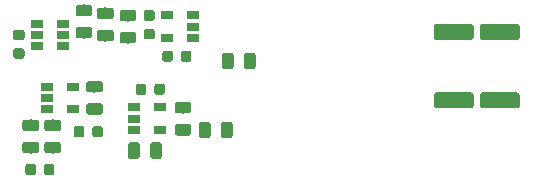
<source format=gtp>
G04 #@! TF.GenerationSoftware,KiCad,Pcbnew,(5.1.2)-2*
G04 #@! TF.CreationDate,2021-03-22T02:30:38-04:00*
G04 #@! TF.ProjectId,Repowered_Electronic_Load_Module,5265706f-7765-4726-9564-5f456c656374,rev?*
G04 #@! TF.SameCoordinates,Original*
G04 #@! TF.FileFunction,Paste,Top*
G04 #@! TF.FilePolarity,Positive*
%FSLAX46Y46*%
G04 Gerber Fmt 4.6, Leading zero omitted, Abs format (unit mm)*
G04 Created by KiCad (PCBNEW (5.1.2)-2) date 2021-03-22 02:30:38*
%MOMM*%
%LPD*%
G04 APERTURE LIST*
%ADD10R,1.060000X0.650000*%
%ADD11C,0.100000*%
%ADD12C,0.975000*%
%ADD13C,0.875000*%
%ADD14C,1.350000*%
G04 APERTURE END LIST*
D10*
X98075000Y-58750000D03*
X98075000Y-60650000D03*
X95875000Y-60650000D03*
X95875000Y-59700000D03*
X95875000Y-58750000D03*
D11*
G36*
X100355142Y-60126174D02*
G01*
X100378803Y-60129684D01*
X100402007Y-60135496D01*
X100424529Y-60143554D01*
X100446153Y-60153782D01*
X100466670Y-60166079D01*
X100485883Y-60180329D01*
X100503607Y-60196393D01*
X100519671Y-60214117D01*
X100533921Y-60233330D01*
X100546218Y-60253847D01*
X100556446Y-60275471D01*
X100564504Y-60297993D01*
X100570316Y-60321197D01*
X100573826Y-60344858D01*
X100575000Y-60368750D01*
X100575000Y-60856250D01*
X100573826Y-60880142D01*
X100570316Y-60903803D01*
X100564504Y-60927007D01*
X100556446Y-60949529D01*
X100546218Y-60971153D01*
X100533921Y-60991670D01*
X100519671Y-61010883D01*
X100503607Y-61028607D01*
X100485883Y-61044671D01*
X100466670Y-61058921D01*
X100446153Y-61071218D01*
X100424529Y-61081446D01*
X100402007Y-61089504D01*
X100378803Y-61095316D01*
X100355142Y-61098826D01*
X100331250Y-61100000D01*
X99418750Y-61100000D01*
X99394858Y-61098826D01*
X99371197Y-61095316D01*
X99347993Y-61089504D01*
X99325471Y-61081446D01*
X99303847Y-61071218D01*
X99283330Y-61058921D01*
X99264117Y-61044671D01*
X99246393Y-61028607D01*
X99230329Y-61010883D01*
X99216079Y-60991670D01*
X99203782Y-60971153D01*
X99193554Y-60949529D01*
X99185496Y-60927007D01*
X99179684Y-60903803D01*
X99176174Y-60880142D01*
X99175000Y-60856250D01*
X99175000Y-60368750D01*
X99176174Y-60344858D01*
X99179684Y-60321197D01*
X99185496Y-60297993D01*
X99193554Y-60275471D01*
X99203782Y-60253847D01*
X99216079Y-60233330D01*
X99230329Y-60214117D01*
X99246393Y-60196393D01*
X99264117Y-60180329D01*
X99283330Y-60166079D01*
X99303847Y-60153782D01*
X99325471Y-60143554D01*
X99347993Y-60135496D01*
X99371197Y-60129684D01*
X99394858Y-60126174D01*
X99418750Y-60125000D01*
X100331250Y-60125000D01*
X100355142Y-60126174D01*
X100355142Y-60126174D01*
G37*
D12*
X99875000Y-60612500D03*
D11*
G36*
X100355142Y-58251174D02*
G01*
X100378803Y-58254684D01*
X100402007Y-58260496D01*
X100424529Y-58268554D01*
X100446153Y-58278782D01*
X100466670Y-58291079D01*
X100485883Y-58305329D01*
X100503607Y-58321393D01*
X100519671Y-58339117D01*
X100533921Y-58358330D01*
X100546218Y-58378847D01*
X100556446Y-58400471D01*
X100564504Y-58422993D01*
X100570316Y-58446197D01*
X100573826Y-58469858D01*
X100575000Y-58493750D01*
X100575000Y-58981250D01*
X100573826Y-59005142D01*
X100570316Y-59028803D01*
X100564504Y-59052007D01*
X100556446Y-59074529D01*
X100546218Y-59096153D01*
X100533921Y-59116670D01*
X100519671Y-59135883D01*
X100503607Y-59153607D01*
X100485883Y-59169671D01*
X100466670Y-59183921D01*
X100446153Y-59196218D01*
X100424529Y-59206446D01*
X100402007Y-59214504D01*
X100378803Y-59220316D01*
X100355142Y-59223826D01*
X100331250Y-59225000D01*
X99418750Y-59225000D01*
X99394858Y-59223826D01*
X99371197Y-59220316D01*
X99347993Y-59214504D01*
X99325471Y-59206446D01*
X99303847Y-59196218D01*
X99283330Y-59183921D01*
X99264117Y-59169671D01*
X99246393Y-59153607D01*
X99230329Y-59135883D01*
X99216079Y-59116670D01*
X99203782Y-59096153D01*
X99193554Y-59074529D01*
X99185496Y-59052007D01*
X99179684Y-59028803D01*
X99176174Y-59005142D01*
X99175000Y-58981250D01*
X99175000Y-58493750D01*
X99176174Y-58469858D01*
X99179684Y-58446197D01*
X99185496Y-58422993D01*
X99193554Y-58400471D01*
X99203782Y-58378847D01*
X99216079Y-58358330D01*
X99230329Y-58339117D01*
X99246393Y-58321393D01*
X99264117Y-58305329D01*
X99283330Y-58291079D01*
X99303847Y-58278782D01*
X99325471Y-58268554D01*
X99347993Y-58260496D01*
X99371197Y-58254684D01*
X99394858Y-58251174D01*
X99418750Y-58250000D01*
X100331250Y-58250000D01*
X100355142Y-58251174D01*
X100355142Y-58251174D01*
G37*
D12*
X99875000Y-58737500D03*
D11*
G36*
X98802691Y-62076053D02*
G01*
X98823926Y-62079203D01*
X98844750Y-62084419D01*
X98864962Y-62091651D01*
X98884368Y-62100830D01*
X98902781Y-62111866D01*
X98920024Y-62124654D01*
X98935930Y-62139070D01*
X98950346Y-62154976D01*
X98963134Y-62172219D01*
X98974170Y-62190632D01*
X98983349Y-62210038D01*
X98990581Y-62230250D01*
X98995797Y-62251074D01*
X98998947Y-62272309D01*
X99000000Y-62293750D01*
X99000000Y-62806250D01*
X98998947Y-62827691D01*
X98995797Y-62848926D01*
X98990581Y-62869750D01*
X98983349Y-62889962D01*
X98974170Y-62909368D01*
X98963134Y-62927781D01*
X98950346Y-62945024D01*
X98935930Y-62960930D01*
X98920024Y-62975346D01*
X98902781Y-62988134D01*
X98884368Y-62999170D01*
X98864962Y-63008349D01*
X98844750Y-63015581D01*
X98823926Y-63020797D01*
X98802691Y-63023947D01*
X98781250Y-63025000D01*
X98343750Y-63025000D01*
X98322309Y-63023947D01*
X98301074Y-63020797D01*
X98280250Y-63015581D01*
X98260038Y-63008349D01*
X98240632Y-62999170D01*
X98222219Y-62988134D01*
X98204976Y-62975346D01*
X98189070Y-62960930D01*
X98174654Y-62945024D01*
X98161866Y-62927781D01*
X98150830Y-62909368D01*
X98141651Y-62889962D01*
X98134419Y-62869750D01*
X98129203Y-62848926D01*
X98126053Y-62827691D01*
X98125000Y-62806250D01*
X98125000Y-62293750D01*
X98126053Y-62272309D01*
X98129203Y-62251074D01*
X98134419Y-62230250D01*
X98141651Y-62210038D01*
X98150830Y-62190632D01*
X98161866Y-62172219D01*
X98174654Y-62154976D01*
X98189070Y-62139070D01*
X98204976Y-62124654D01*
X98222219Y-62111866D01*
X98240632Y-62100830D01*
X98260038Y-62091651D01*
X98280250Y-62084419D01*
X98301074Y-62079203D01*
X98322309Y-62076053D01*
X98343750Y-62075000D01*
X98781250Y-62075000D01*
X98802691Y-62076053D01*
X98802691Y-62076053D01*
G37*
D13*
X98562500Y-62550000D03*
D11*
G36*
X100377691Y-62076053D02*
G01*
X100398926Y-62079203D01*
X100419750Y-62084419D01*
X100439962Y-62091651D01*
X100459368Y-62100830D01*
X100477781Y-62111866D01*
X100495024Y-62124654D01*
X100510930Y-62139070D01*
X100525346Y-62154976D01*
X100538134Y-62172219D01*
X100549170Y-62190632D01*
X100558349Y-62210038D01*
X100565581Y-62230250D01*
X100570797Y-62251074D01*
X100573947Y-62272309D01*
X100575000Y-62293750D01*
X100575000Y-62806250D01*
X100573947Y-62827691D01*
X100570797Y-62848926D01*
X100565581Y-62869750D01*
X100558349Y-62889962D01*
X100549170Y-62909368D01*
X100538134Y-62927781D01*
X100525346Y-62945024D01*
X100510930Y-62960930D01*
X100495024Y-62975346D01*
X100477781Y-62988134D01*
X100459368Y-62999170D01*
X100439962Y-63008349D01*
X100419750Y-63015581D01*
X100398926Y-63020797D01*
X100377691Y-63023947D01*
X100356250Y-63025000D01*
X99918750Y-63025000D01*
X99897309Y-63023947D01*
X99876074Y-63020797D01*
X99855250Y-63015581D01*
X99835038Y-63008349D01*
X99815632Y-62999170D01*
X99797219Y-62988134D01*
X99779976Y-62975346D01*
X99764070Y-62960930D01*
X99749654Y-62945024D01*
X99736866Y-62927781D01*
X99725830Y-62909368D01*
X99716651Y-62889962D01*
X99709419Y-62869750D01*
X99704203Y-62848926D01*
X99701053Y-62827691D01*
X99700000Y-62806250D01*
X99700000Y-62293750D01*
X99701053Y-62272309D01*
X99704203Y-62251074D01*
X99709419Y-62230250D01*
X99716651Y-62210038D01*
X99725830Y-62190632D01*
X99736866Y-62172219D01*
X99749654Y-62154976D01*
X99764070Y-62139070D01*
X99779976Y-62124654D01*
X99797219Y-62111866D01*
X99815632Y-62100830D01*
X99835038Y-62091651D01*
X99855250Y-62084419D01*
X99876074Y-62079203D01*
X99897309Y-62076053D01*
X99918750Y-62075000D01*
X100356250Y-62075000D01*
X100377691Y-62076053D01*
X100377691Y-62076053D01*
G37*
D13*
X100137500Y-62550000D03*
D11*
G36*
X135649505Y-59226204D02*
G01*
X135673773Y-59229804D01*
X135697572Y-59235765D01*
X135720671Y-59244030D01*
X135742850Y-59254520D01*
X135763893Y-59267132D01*
X135783599Y-59281747D01*
X135801777Y-59298223D01*
X135818253Y-59316401D01*
X135832868Y-59336107D01*
X135845480Y-59357150D01*
X135855970Y-59379329D01*
X135864235Y-59402428D01*
X135870196Y-59426227D01*
X135873796Y-59450495D01*
X135875000Y-59474999D01*
X135875000Y-60325001D01*
X135873796Y-60349505D01*
X135870196Y-60373773D01*
X135864235Y-60397572D01*
X135855970Y-60420671D01*
X135845480Y-60442850D01*
X135832868Y-60463893D01*
X135818253Y-60483599D01*
X135801777Y-60501777D01*
X135783599Y-60518253D01*
X135763893Y-60532868D01*
X135742850Y-60545480D01*
X135720671Y-60555970D01*
X135697572Y-60564235D01*
X135673773Y-60570196D01*
X135649505Y-60573796D01*
X135625001Y-60575000D01*
X132774999Y-60575000D01*
X132750495Y-60573796D01*
X132726227Y-60570196D01*
X132702428Y-60564235D01*
X132679329Y-60555970D01*
X132657150Y-60545480D01*
X132636107Y-60532868D01*
X132616401Y-60518253D01*
X132598223Y-60501777D01*
X132581747Y-60483599D01*
X132567132Y-60463893D01*
X132554520Y-60442850D01*
X132544030Y-60420671D01*
X132535765Y-60397572D01*
X132529804Y-60373773D01*
X132526204Y-60349505D01*
X132525000Y-60325001D01*
X132525000Y-59474999D01*
X132526204Y-59450495D01*
X132529804Y-59426227D01*
X132535765Y-59402428D01*
X132544030Y-59379329D01*
X132554520Y-59357150D01*
X132567132Y-59336107D01*
X132581747Y-59316401D01*
X132598223Y-59298223D01*
X132616401Y-59281747D01*
X132636107Y-59267132D01*
X132657150Y-59254520D01*
X132679329Y-59244030D01*
X132702428Y-59235765D01*
X132726227Y-59229804D01*
X132750495Y-59226204D01*
X132774999Y-59225000D01*
X135625001Y-59225000D01*
X135649505Y-59226204D01*
X135649505Y-59226204D01*
G37*
D14*
X134200000Y-59900000D03*
D11*
G36*
X135649505Y-53426204D02*
G01*
X135673773Y-53429804D01*
X135697572Y-53435765D01*
X135720671Y-53444030D01*
X135742850Y-53454520D01*
X135763893Y-53467132D01*
X135783599Y-53481747D01*
X135801777Y-53498223D01*
X135818253Y-53516401D01*
X135832868Y-53536107D01*
X135845480Y-53557150D01*
X135855970Y-53579329D01*
X135864235Y-53602428D01*
X135870196Y-53626227D01*
X135873796Y-53650495D01*
X135875000Y-53674999D01*
X135875000Y-54525001D01*
X135873796Y-54549505D01*
X135870196Y-54573773D01*
X135864235Y-54597572D01*
X135855970Y-54620671D01*
X135845480Y-54642850D01*
X135832868Y-54663893D01*
X135818253Y-54683599D01*
X135801777Y-54701777D01*
X135783599Y-54718253D01*
X135763893Y-54732868D01*
X135742850Y-54745480D01*
X135720671Y-54755970D01*
X135697572Y-54764235D01*
X135673773Y-54770196D01*
X135649505Y-54773796D01*
X135625001Y-54775000D01*
X132774999Y-54775000D01*
X132750495Y-54773796D01*
X132726227Y-54770196D01*
X132702428Y-54764235D01*
X132679329Y-54755970D01*
X132657150Y-54745480D01*
X132636107Y-54732868D01*
X132616401Y-54718253D01*
X132598223Y-54701777D01*
X132581747Y-54683599D01*
X132567132Y-54663893D01*
X132554520Y-54642850D01*
X132544030Y-54620671D01*
X132535765Y-54597572D01*
X132529804Y-54573773D01*
X132526204Y-54549505D01*
X132525000Y-54525001D01*
X132525000Y-53674999D01*
X132526204Y-53650495D01*
X132529804Y-53626227D01*
X132535765Y-53602428D01*
X132544030Y-53579329D01*
X132554520Y-53557150D01*
X132567132Y-53536107D01*
X132581747Y-53516401D01*
X132598223Y-53498223D01*
X132616401Y-53481747D01*
X132636107Y-53467132D01*
X132657150Y-53454520D01*
X132679329Y-53444030D01*
X132702428Y-53435765D01*
X132726227Y-53429804D01*
X132750495Y-53426204D01*
X132774999Y-53425000D01*
X135625001Y-53425000D01*
X135649505Y-53426204D01*
X135649505Y-53426204D01*
G37*
D14*
X134200000Y-54100000D03*
D10*
X105400000Y-60500000D03*
X105400000Y-62400000D03*
X103200000Y-62400000D03*
X103200000Y-61450000D03*
X103200000Y-60500000D03*
X106050000Y-54600000D03*
X106050000Y-52700000D03*
X108250000Y-52700000D03*
X108250000Y-53650000D03*
X108250000Y-54600000D03*
X97225000Y-54350000D03*
X97225000Y-53400000D03*
X97225000Y-55300000D03*
X95025000Y-55300000D03*
X95025000Y-54350000D03*
X95025000Y-53400000D03*
D11*
G36*
X109480142Y-61701174D02*
G01*
X109503803Y-61704684D01*
X109527007Y-61710496D01*
X109549529Y-61718554D01*
X109571153Y-61728782D01*
X109591670Y-61741079D01*
X109610883Y-61755329D01*
X109628607Y-61771393D01*
X109644671Y-61789117D01*
X109658921Y-61808330D01*
X109671218Y-61828847D01*
X109681446Y-61850471D01*
X109689504Y-61872993D01*
X109695316Y-61896197D01*
X109698826Y-61919858D01*
X109700000Y-61943750D01*
X109700000Y-62856250D01*
X109698826Y-62880142D01*
X109695316Y-62903803D01*
X109689504Y-62927007D01*
X109681446Y-62949529D01*
X109671218Y-62971153D01*
X109658921Y-62991670D01*
X109644671Y-63010883D01*
X109628607Y-63028607D01*
X109610883Y-63044671D01*
X109591670Y-63058921D01*
X109571153Y-63071218D01*
X109549529Y-63081446D01*
X109527007Y-63089504D01*
X109503803Y-63095316D01*
X109480142Y-63098826D01*
X109456250Y-63100000D01*
X108968750Y-63100000D01*
X108944858Y-63098826D01*
X108921197Y-63095316D01*
X108897993Y-63089504D01*
X108875471Y-63081446D01*
X108853847Y-63071218D01*
X108833330Y-63058921D01*
X108814117Y-63044671D01*
X108796393Y-63028607D01*
X108780329Y-63010883D01*
X108766079Y-62991670D01*
X108753782Y-62971153D01*
X108743554Y-62949529D01*
X108735496Y-62927007D01*
X108729684Y-62903803D01*
X108726174Y-62880142D01*
X108725000Y-62856250D01*
X108725000Y-61943750D01*
X108726174Y-61919858D01*
X108729684Y-61896197D01*
X108735496Y-61872993D01*
X108743554Y-61850471D01*
X108753782Y-61828847D01*
X108766079Y-61808330D01*
X108780329Y-61789117D01*
X108796393Y-61771393D01*
X108814117Y-61755329D01*
X108833330Y-61741079D01*
X108853847Y-61728782D01*
X108875471Y-61718554D01*
X108897993Y-61710496D01*
X108921197Y-61704684D01*
X108944858Y-61701174D01*
X108968750Y-61700000D01*
X109456250Y-61700000D01*
X109480142Y-61701174D01*
X109480142Y-61701174D01*
G37*
D12*
X109212500Y-62400000D03*
D11*
G36*
X111355142Y-61701174D02*
G01*
X111378803Y-61704684D01*
X111402007Y-61710496D01*
X111424529Y-61718554D01*
X111446153Y-61728782D01*
X111466670Y-61741079D01*
X111485883Y-61755329D01*
X111503607Y-61771393D01*
X111519671Y-61789117D01*
X111533921Y-61808330D01*
X111546218Y-61828847D01*
X111556446Y-61850471D01*
X111564504Y-61872993D01*
X111570316Y-61896197D01*
X111573826Y-61919858D01*
X111575000Y-61943750D01*
X111575000Y-62856250D01*
X111573826Y-62880142D01*
X111570316Y-62903803D01*
X111564504Y-62927007D01*
X111556446Y-62949529D01*
X111546218Y-62971153D01*
X111533921Y-62991670D01*
X111519671Y-63010883D01*
X111503607Y-63028607D01*
X111485883Y-63044671D01*
X111466670Y-63058921D01*
X111446153Y-63071218D01*
X111424529Y-63081446D01*
X111402007Y-63089504D01*
X111378803Y-63095316D01*
X111355142Y-63098826D01*
X111331250Y-63100000D01*
X110843750Y-63100000D01*
X110819858Y-63098826D01*
X110796197Y-63095316D01*
X110772993Y-63089504D01*
X110750471Y-63081446D01*
X110728847Y-63071218D01*
X110708330Y-63058921D01*
X110689117Y-63044671D01*
X110671393Y-63028607D01*
X110655329Y-63010883D01*
X110641079Y-62991670D01*
X110628782Y-62971153D01*
X110618554Y-62949529D01*
X110610496Y-62927007D01*
X110604684Y-62903803D01*
X110601174Y-62880142D01*
X110600000Y-62856250D01*
X110600000Y-61943750D01*
X110601174Y-61919858D01*
X110604684Y-61896197D01*
X110610496Y-61872993D01*
X110618554Y-61850471D01*
X110628782Y-61828847D01*
X110641079Y-61808330D01*
X110655329Y-61789117D01*
X110671393Y-61771393D01*
X110689117Y-61755329D01*
X110708330Y-61741079D01*
X110728847Y-61728782D01*
X110750471Y-61718554D01*
X110772993Y-61710496D01*
X110796197Y-61704684D01*
X110819858Y-61701174D01*
X110843750Y-61700000D01*
X111331250Y-61700000D01*
X111355142Y-61701174D01*
X111355142Y-61701174D01*
G37*
D12*
X111087500Y-62400000D03*
D11*
G36*
X107830142Y-60026174D02*
G01*
X107853803Y-60029684D01*
X107877007Y-60035496D01*
X107899529Y-60043554D01*
X107921153Y-60053782D01*
X107941670Y-60066079D01*
X107960883Y-60080329D01*
X107978607Y-60096393D01*
X107994671Y-60114117D01*
X108008921Y-60133330D01*
X108021218Y-60153847D01*
X108031446Y-60175471D01*
X108039504Y-60197993D01*
X108045316Y-60221197D01*
X108048826Y-60244858D01*
X108050000Y-60268750D01*
X108050000Y-60756250D01*
X108048826Y-60780142D01*
X108045316Y-60803803D01*
X108039504Y-60827007D01*
X108031446Y-60849529D01*
X108021218Y-60871153D01*
X108008921Y-60891670D01*
X107994671Y-60910883D01*
X107978607Y-60928607D01*
X107960883Y-60944671D01*
X107941670Y-60958921D01*
X107921153Y-60971218D01*
X107899529Y-60981446D01*
X107877007Y-60989504D01*
X107853803Y-60995316D01*
X107830142Y-60998826D01*
X107806250Y-61000000D01*
X106893750Y-61000000D01*
X106869858Y-60998826D01*
X106846197Y-60995316D01*
X106822993Y-60989504D01*
X106800471Y-60981446D01*
X106778847Y-60971218D01*
X106758330Y-60958921D01*
X106739117Y-60944671D01*
X106721393Y-60928607D01*
X106705329Y-60910883D01*
X106691079Y-60891670D01*
X106678782Y-60871153D01*
X106668554Y-60849529D01*
X106660496Y-60827007D01*
X106654684Y-60803803D01*
X106651174Y-60780142D01*
X106650000Y-60756250D01*
X106650000Y-60268750D01*
X106651174Y-60244858D01*
X106654684Y-60221197D01*
X106660496Y-60197993D01*
X106668554Y-60175471D01*
X106678782Y-60153847D01*
X106691079Y-60133330D01*
X106705329Y-60114117D01*
X106721393Y-60096393D01*
X106739117Y-60080329D01*
X106758330Y-60066079D01*
X106778847Y-60053782D01*
X106800471Y-60043554D01*
X106822993Y-60035496D01*
X106846197Y-60029684D01*
X106869858Y-60026174D01*
X106893750Y-60025000D01*
X107806250Y-60025000D01*
X107830142Y-60026174D01*
X107830142Y-60026174D01*
G37*
D12*
X107350000Y-60512500D03*
D11*
G36*
X107830142Y-61901174D02*
G01*
X107853803Y-61904684D01*
X107877007Y-61910496D01*
X107899529Y-61918554D01*
X107921153Y-61928782D01*
X107941670Y-61941079D01*
X107960883Y-61955329D01*
X107978607Y-61971393D01*
X107994671Y-61989117D01*
X108008921Y-62008330D01*
X108021218Y-62028847D01*
X108031446Y-62050471D01*
X108039504Y-62072993D01*
X108045316Y-62096197D01*
X108048826Y-62119858D01*
X108050000Y-62143750D01*
X108050000Y-62631250D01*
X108048826Y-62655142D01*
X108045316Y-62678803D01*
X108039504Y-62702007D01*
X108031446Y-62724529D01*
X108021218Y-62746153D01*
X108008921Y-62766670D01*
X107994671Y-62785883D01*
X107978607Y-62803607D01*
X107960883Y-62819671D01*
X107941670Y-62833921D01*
X107921153Y-62846218D01*
X107899529Y-62856446D01*
X107877007Y-62864504D01*
X107853803Y-62870316D01*
X107830142Y-62873826D01*
X107806250Y-62875000D01*
X106893750Y-62875000D01*
X106869858Y-62873826D01*
X106846197Y-62870316D01*
X106822993Y-62864504D01*
X106800471Y-62856446D01*
X106778847Y-62846218D01*
X106758330Y-62833921D01*
X106739117Y-62819671D01*
X106721393Y-62803607D01*
X106705329Y-62785883D01*
X106691079Y-62766670D01*
X106678782Y-62746153D01*
X106668554Y-62724529D01*
X106660496Y-62702007D01*
X106654684Y-62678803D01*
X106651174Y-62655142D01*
X106650000Y-62631250D01*
X106650000Y-62143750D01*
X106651174Y-62119858D01*
X106654684Y-62096197D01*
X106660496Y-62072993D01*
X106668554Y-62050471D01*
X106678782Y-62028847D01*
X106691079Y-62008330D01*
X106705329Y-61989117D01*
X106721393Y-61971393D01*
X106739117Y-61955329D01*
X106758330Y-61941079D01*
X106778847Y-61928782D01*
X106800471Y-61918554D01*
X106822993Y-61910496D01*
X106846197Y-61904684D01*
X106869858Y-61901174D01*
X106893750Y-61900000D01*
X107806250Y-61900000D01*
X107830142Y-61901174D01*
X107830142Y-61901174D01*
G37*
D12*
X107350000Y-62387500D03*
D11*
G36*
X131749505Y-59226204D02*
G01*
X131773773Y-59229804D01*
X131797572Y-59235765D01*
X131820671Y-59244030D01*
X131842850Y-59254520D01*
X131863893Y-59267132D01*
X131883599Y-59281747D01*
X131901777Y-59298223D01*
X131918253Y-59316401D01*
X131932868Y-59336107D01*
X131945480Y-59357150D01*
X131955970Y-59379329D01*
X131964235Y-59402428D01*
X131970196Y-59426227D01*
X131973796Y-59450495D01*
X131975000Y-59474999D01*
X131975000Y-60325001D01*
X131973796Y-60349505D01*
X131970196Y-60373773D01*
X131964235Y-60397572D01*
X131955970Y-60420671D01*
X131945480Y-60442850D01*
X131932868Y-60463893D01*
X131918253Y-60483599D01*
X131901777Y-60501777D01*
X131883599Y-60518253D01*
X131863893Y-60532868D01*
X131842850Y-60545480D01*
X131820671Y-60555970D01*
X131797572Y-60564235D01*
X131773773Y-60570196D01*
X131749505Y-60573796D01*
X131725001Y-60575000D01*
X128874999Y-60575000D01*
X128850495Y-60573796D01*
X128826227Y-60570196D01*
X128802428Y-60564235D01*
X128779329Y-60555970D01*
X128757150Y-60545480D01*
X128736107Y-60532868D01*
X128716401Y-60518253D01*
X128698223Y-60501777D01*
X128681747Y-60483599D01*
X128667132Y-60463893D01*
X128654520Y-60442850D01*
X128644030Y-60420671D01*
X128635765Y-60397572D01*
X128629804Y-60373773D01*
X128626204Y-60349505D01*
X128625000Y-60325001D01*
X128625000Y-59474999D01*
X128626204Y-59450495D01*
X128629804Y-59426227D01*
X128635765Y-59402428D01*
X128644030Y-59379329D01*
X128654520Y-59357150D01*
X128667132Y-59336107D01*
X128681747Y-59316401D01*
X128698223Y-59298223D01*
X128716401Y-59281747D01*
X128736107Y-59267132D01*
X128757150Y-59254520D01*
X128779329Y-59244030D01*
X128802428Y-59235765D01*
X128826227Y-59229804D01*
X128850495Y-59226204D01*
X128874999Y-59225000D01*
X131725001Y-59225000D01*
X131749505Y-59226204D01*
X131749505Y-59226204D01*
G37*
D14*
X130300000Y-59900000D03*
D11*
G36*
X131749505Y-53426204D02*
G01*
X131773773Y-53429804D01*
X131797572Y-53435765D01*
X131820671Y-53444030D01*
X131842850Y-53454520D01*
X131863893Y-53467132D01*
X131883599Y-53481747D01*
X131901777Y-53498223D01*
X131918253Y-53516401D01*
X131932868Y-53536107D01*
X131945480Y-53557150D01*
X131955970Y-53579329D01*
X131964235Y-53602428D01*
X131970196Y-53626227D01*
X131973796Y-53650495D01*
X131975000Y-53674999D01*
X131975000Y-54525001D01*
X131973796Y-54549505D01*
X131970196Y-54573773D01*
X131964235Y-54597572D01*
X131955970Y-54620671D01*
X131945480Y-54642850D01*
X131932868Y-54663893D01*
X131918253Y-54683599D01*
X131901777Y-54701777D01*
X131883599Y-54718253D01*
X131863893Y-54732868D01*
X131842850Y-54745480D01*
X131820671Y-54755970D01*
X131797572Y-54764235D01*
X131773773Y-54770196D01*
X131749505Y-54773796D01*
X131725001Y-54775000D01*
X128874999Y-54775000D01*
X128850495Y-54773796D01*
X128826227Y-54770196D01*
X128802428Y-54764235D01*
X128779329Y-54755970D01*
X128757150Y-54745480D01*
X128736107Y-54732868D01*
X128716401Y-54718253D01*
X128698223Y-54701777D01*
X128681747Y-54683599D01*
X128667132Y-54663893D01*
X128654520Y-54642850D01*
X128644030Y-54620671D01*
X128635765Y-54597572D01*
X128629804Y-54573773D01*
X128626204Y-54549505D01*
X128625000Y-54525001D01*
X128625000Y-53674999D01*
X128626204Y-53650495D01*
X128629804Y-53626227D01*
X128635765Y-53602428D01*
X128644030Y-53579329D01*
X128654520Y-53557150D01*
X128667132Y-53536107D01*
X128681747Y-53516401D01*
X128698223Y-53498223D01*
X128716401Y-53481747D01*
X128736107Y-53467132D01*
X128757150Y-53454520D01*
X128779329Y-53444030D01*
X128802428Y-53435765D01*
X128826227Y-53429804D01*
X128850495Y-53426204D01*
X128874999Y-53425000D01*
X131725001Y-53425000D01*
X131749505Y-53426204D01*
X131749505Y-53426204D01*
G37*
D14*
X130300000Y-54100000D03*
D11*
G36*
X103480142Y-63451174D02*
G01*
X103503803Y-63454684D01*
X103527007Y-63460496D01*
X103549529Y-63468554D01*
X103571153Y-63478782D01*
X103591670Y-63491079D01*
X103610883Y-63505329D01*
X103628607Y-63521393D01*
X103644671Y-63539117D01*
X103658921Y-63558330D01*
X103671218Y-63578847D01*
X103681446Y-63600471D01*
X103689504Y-63622993D01*
X103695316Y-63646197D01*
X103698826Y-63669858D01*
X103700000Y-63693750D01*
X103700000Y-64606250D01*
X103698826Y-64630142D01*
X103695316Y-64653803D01*
X103689504Y-64677007D01*
X103681446Y-64699529D01*
X103671218Y-64721153D01*
X103658921Y-64741670D01*
X103644671Y-64760883D01*
X103628607Y-64778607D01*
X103610883Y-64794671D01*
X103591670Y-64808921D01*
X103571153Y-64821218D01*
X103549529Y-64831446D01*
X103527007Y-64839504D01*
X103503803Y-64845316D01*
X103480142Y-64848826D01*
X103456250Y-64850000D01*
X102968750Y-64850000D01*
X102944858Y-64848826D01*
X102921197Y-64845316D01*
X102897993Y-64839504D01*
X102875471Y-64831446D01*
X102853847Y-64821218D01*
X102833330Y-64808921D01*
X102814117Y-64794671D01*
X102796393Y-64778607D01*
X102780329Y-64760883D01*
X102766079Y-64741670D01*
X102753782Y-64721153D01*
X102743554Y-64699529D01*
X102735496Y-64677007D01*
X102729684Y-64653803D01*
X102726174Y-64630142D01*
X102725000Y-64606250D01*
X102725000Y-63693750D01*
X102726174Y-63669858D01*
X102729684Y-63646197D01*
X102735496Y-63622993D01*
X102743554Y-63600471D01*
X102753782Y-63578847D01*
X102766079Y-63558330D01*
X102780329Y-63539117D01*
X102796393Y-63521393D01*
X102814117Y-63505329D01*
X102833330Y-63491079D01*
X102853847Y-63478782D01*
X102875471Y-63468554D01*
X102897993Y-63460496D01*
X102921197Y-63454684D01*
X102944858Y-63451174D01*
X102968750Y-63450000D01*
X103456250Y-63450000D01*
X103480142Y-63451174D01*
X103480142Y-63451174D01*
G37*
D12*
X103212500Y-64150000D03*
D11*
G36*
X105355142Y-63451174D02*
G01*
X105378803Y-63454684D01*
X105402007Y-63460496D01*
X105424529Y-63468554D01*
X105446153Y-63478782D01*
X105466670Y-63491079D01*
X105485883Y-63505329D01*
X105503607Y-63521393D01*
X105519671Y-63539117D01*
X105533921Y-63558330D01*
X105546218Y-63578847D01*
X105556446Y-63600471D01*
X105564504Y-63622993D01*
X105570316Y-63646197D01*
X105573826Y-63669858D01*
X105575000Y-63693750D01*
X105575000Y-64606250D01*
X105573826Y-64630142D01*
X105570316Y-64653803D01*
X105564504Y-64677007D01*
X105556446Y-64699529D01*
X105546218Y-64721153D01*
X105533921Y-64741670D01*
X105519671Y-64760883D01*
X105503607Y-64778607D01*
X105485883Y-64794671D01*
X105466670Y-64808921D01*
X105446153Y-64821218D01*
X105424529Y-64831446D01*
X105402007Y-64839504D01*
X105378803Y-64845316D01*
X105355142Y-64848826D01*
X105331250Y-64850000D01*
X104843750Y-64850000D01*
X104819858Y-64848826D01*
X104796197Y-64845316D01*
X104772993Y-64839504D01*
X104750471Y-64831446D01*
X104728847Y-64821218D01*
X104708330Y-64808921D01*
X104689117Y-64794671D01*
X104671393Y-64778607D01*
X104655329Y-64760883D01*
X104641079Y-64741670D01*
X104628782Y-64721153D01*
X104618554Y-64699529D01*
X104610496Y-64677007D01*
X104604684Y-64653803D01*
X104601174Y-64630142D01*
X104600000Y-64606250D01*
X104600000Y-63693750D01*
X104601174Y-63669858D01*
X104604684Y-63646197D01*
X104610496Y-63622993D01*
X104618554Y-63600471D01*
X104628782Y-63578847D01*
X104641079Y-63558330D01*
X104655329Y-63539117D01*
X104671393Y-63521393D01*
X104689117Y-63505329D01*
X104708330Y-63491079D01*
X104728847Y-63478782D01*
X104750471Y-63468554D01*
X104772993Y-63460496D01*
X104796197Y-63454684D01*
X104819858Y-63451174D01*
X104843750Y-63450000D01*
X105331250Y-63450000D01*
X105355142Y-63451174D01*
X105355142Y-63451174D01*
G37*
D12*
X105087500Y-64150000D03*
D11*
G36*
X103180142Y-54101174D02*
G01*
X103203803Y-54104684D01*
X103227007Y-54110496D01*
X103249529Y-54118554D01*
X103271153Y-54128782D01*
X103291670Y-54141079D01*
X103310883Y-54155329D01*
X103328607Y-54171393D01*
X103344671Y-54189117D01*
X103358921Y-54208330D01*
X103371218Y-54228847D01*
X103381446Y-54250471D01*
X103389504Y-54272993D01*
X103395316Y-54296197D01*
X103398826Y-54319858D01*
X103400000Y-54343750D01*
X103400000Y-54831250D01*
X103398826Y-54855142D01*
X103395316Y-54878803D01*
X103389504Y-54902007D01*
X103381446Y-54924529D01*
X103371218Y-54946153D01*
X103358921Y-54966670D01*
X103344671Y-54985883D01*
X103328607Y-55003607D01*
X103310883Y-55019671D01*
X103291670Y-55033921D01*
X103271153Y-55046218D01*
X103249529Y-55056446D01*
X103227007Y-55064504D01*
X103203803Y-55070316D01*
X103180142Y-55073826D01*
X103156250Y-55075000D01*
X102243750Y-55075000D01*
X102219858Y-55073826D01*
X102196197Y-55070316D01*
X102172993Y-55064504D01*
X102150471Y-55056446D01*
X102128847Y-55046218D01*
X102108330Y-55033921D01*
X102089117Y-55019671D01*
X102071393Y-55003607D01*
X102055329Y-54985883D01*
X102041079Y-54966670D01*
X102028782Y-54946153D01*
X102018554Y-54924529D01*
X102010496Y-54902007D01*
X102004684Y-54878803D01*
X102001174Y-54855142D01*
X102000000Y-54831250D01*
X102000000Y-54343750D01*
X102001174Y-54319858D01*
X102004684Y-54296197D01*
X102010496Y-54272993D01*
X102018554Y-54250471D01*
X102028782Y-54228847D01*
X102041079Y-54208330D01*
X102055329Y-54189117D01*
X102071393Y-54171393D01*
X102089117Y-54155329D01*
X102108330Y-54141079D01*
X102128847Y-54128782D01*
X102150471Y-54118554D01*
X102172993Y-54110496D01*
X102196197Y-54104684D01*
X102219858Y-54101174D01*
X102243750Y-54100000D01*
X103156250Y-54100000D01*
X103180142Y-54101174D01*
X103180142Y-54101174D01*
G37*
D12*
X102700000Y-54587500D03*
D11*
G36*
X103180142Y-52226174D02*
G01*
X103203803Y-52229684D01*
X103227007Y-52235496D01*
X103249529Y-52243554D01*
X103271153Y-52253782D01*
X103291670Y-52266079D01*
X103310883Y-52280329D01*
X103328607Y-52296393D01*
X103344671Y-52314117D01*
X103358921Y-52333330D01*
X103371218Y-52353847D01*
X103381446Y-52375471D01*
X103389504Y-52397993D01*
X103395316Y-52421197D01*
X103398826Y-52444858D01*
X103400000Y-52468750D01*
X103400000Y-52956250D01*
X103398826Y-52980142D01*
X103395316Y-53003803D01*
X103389504Y-53027007D01*
X103381446Y-53049529D01*
X103371218Y-53071153D01*
X103358921Y-53091670D01*
X103344671Y-53110883D01*
X103328607Y-53128607D01*
X103310883Y-53144671D01*
X103291670Y-53158921D01*
X103271153Y-53171218D01*
X103249529Y-53181446D01*
X103227007Y-53189504D01*
X103203803Y-53195316D01*
X103180142Y-53198826D01*
X103156250Y-53200000D01*
X102243750Y-53200000D01*
X102219858Y-53198826D01*
X102196197Y-53195316D01*
X102172993Y-53189504D01*
X102150471Y-53181446D01*
X102128847Y-53171218D01*
X102108330Y-53158921D01*
X102089117Y-53144671D01*
X102071393Y-53128607D01*
X102055329Y-53110883D01*
X102041079Y-53091670D01*
X102028782Y-53071153D01*
X102018554Y-53049529D01*
X102010496Y-53027007D01*
X102004684Y-53003803D01*
X102001174Y-52980142D01*
X102000000Y-52956250D01*
X102000000Y-52468750D01*
X102001174Y-52444858D01*
X102004684Y-52421197D01*
X102010496Y-52397993D01*
X102018554Y-52375471D01*
X102028782Y-52353847D01*
X102041079Y-52333330D01*
X102055329Y-52314117D01*
X102071393Y-52296393D01*
X102089117Y-52280329D01*
X102108330Y-52266079D01*
X102128847Y-52253782D01*
X102150471Y-52243554D01*
X102172993Y-52235496D01*
X102196197Y-52229684D01*
X102219858Y-52226174D01*
X102243750Y-52225000D01*
X103156250Y-52225000D01*
X103180142Y-52226174D01*
X103180142Y-52226174D01*
G37*
D12*
X102700000Y-52712500D03*
D11*
G36*
X111430142Y-55851174D02*
G01*
X111453803Y-55854684D01*
X111477007Y-55860496D01*
X111499529Y-55868554D01*
X111521153Y-55878782D01*
X111541670Y-55891079D01*
X111560883Y-55905329D01*
X111578607Y-55921393D01*
X111594671Y-55939117D01*
X111608921Y-55958330D01*
X111621218Y-55978847D01*
X111631446Y-56000471D01*
X111639504Y-56022993D01*
X111645316Y-56046197D01*
X111648826Y-56069858D01*
X111650000Y-56093750D01*
X111650000Y-57006250D01*
X111648826Y-57030142D01*
X111645316Y-57053803D01*
X111639504Y-57077007D01*
X111631446Y-57099529D01*
X111621218Y-57121153D01*
X111608921Y-57141670D01*
X111594671Y-57160883D01*
X111578607Y-57178607D01*
X111560883Y-57194671D01*
X111541670Y-57208921D01*
X111521153Y-57221218D01*
X111499529Y-57231446D01*
X111477007Y-57239504D01*
X111453803Y-57245316D01*
X111430142Y-57248826D01*
X111406250Y-57250000D01*
X110918750Y-57250000D01*
X110894858Y-57248826D01*
X110871197Y-57245316D01*
X110847993Y-57239504D01*
X110825471Y-57231446D01*
X110803847Y-57221218D01*
X110783330Y-57208921D01*
X110764117Y-57194671D01*
X110746393Y-57178607D01*
X110730329Y-57160883D01*
X110716079Y-57141670D01*
X110703782Y-57121153D01*
X110693554Y-57099529D01*
X110685496Y-57077007D01*
X110679684Y-57053803D01*
X110676174Y-57030142D01*
X110675000Y-57006250D01*
X110675000Y-56093750D01*
X110676174Y-56069858D01*
X110679684Y-56046197D01*
X110685496Y-56022993D01*
X110693554Y-56000471D01*
X110703782Y-55978847D01*
X110716079Y-55958330D01*
X110730329Y-55939117D01*
X110746393Y-55921393D01*
X110764117Y-55905329D01*
X110783330Y-55891079D01*
X110803847Y-55878782D01*
X110825471Y-55868554D01*
X110847993Y-55860496D01*
X110871197Y-55854684D01*
X110894858Y-55851174D01*
X110918750Y-55850000D01*
X111406250Y-55850000D01*
X111430142Y-55851174D01*
X111430142Y-55851174D01*
G37*
D12*
X111162500Y-56550000D03*
D11*
G36*
X113305142Y-55851174D02*
G01*
X113328803Y-55854684D01*
X113352007Y-55860496D01*
X113374529Y-55868554D01*
X113396153Y-55878782D01*
X113416670Y-55891079D01*
X113435883Y-55905329D01*
X113453607Y-55921393D01*
X113469671Y-55939117D01*
X113483921Y-55958330D01*
X113496218Y-55978847D01*
X113506446Y-56000471D01*
X113514504Y-56022993D01*
X113520316Y-56046197D01*
X113523826Y-56069858D01*
X113525000Y-56093750D01*
X113525000Y-57006250D01*
X113523826Y-57030142D01*
X113520316Y-57053803D01*
X113514504Y-57077007D01*
X113506446Y-57099529D01*
X113496218Y-57121153D01*
X113483921Y-57141670D01*
X113469671Y-57160883D01*
X113453607Y-57178607D01*
X113435883Y-57194671D01*
X113416670Y-57208921D01*
X113396153Y-57221218D01*
X113374529Y-57231446D01*
X113352007Y-57239504D01*
X113328803Y-57245316D01*
X113305142Y-57248826D01*
X113281250Y-57250000D01*
X112793750Y-57250000D01*
X112769858Y-57248826D01*
X112746197Y-57245316D01*
X112722993Y-57239504D01*
X112700471Y-57231446D01*
X112678847Y-57221218D01*
X112658330Y-57208921D01*
X112639117Y-57194671D01*
X112621393Y-57178607D01*
X112605329Y-57160883D01*
X112591079Y-57141670D01*
X112578782Y-57121153D01*
X112568554Y-57099529D01*
X112560496Y-57077007D01*
X112554684Y-57053803D01*
X112551174Y-57030142D01*
X112550000Y-57006250D01*
X112550000Y-56093750D01*
X112551174Y-56069858D01*
X112554684Y-56046197D01*
X112560496Y-56022993D01*
X112568554Y-56000471D01*
X112578782Y-55978847D01*
X112591079Y-55958330D01*
X112605329Y-55939117D01*
X112621393Y-55921393D01*
X112639117Y-55905329D01*
X112658330Y-55891079D01*
X112678847Y-55878782D01*
X112700471Y-55868554D01*
X112722993Y-55860496D01*
X112746197Y-55854684D01*
X112769858Y-55851174D01*
X112793750Y-55850000D01*
X113281250Y-55850000D01*
X113305142Y-55851174D01*
X113305142Y-55851174D01*
G37*
D12*
X113037500Y-56550000D03*
D11*
G36*
X101280142Y-53926174D02*
G01*
X101303803Y-53929684D01*
X101327007Y-53935496D01*
X101349529Y-53943554D01*
X101371153Y-53953782D01*
X101391670Y-53966079D01*
X101410883Y-53980329D01*
X101428607Y-53996393D01*
X101444671Y-54014117D01*
X101458921Y-54033330D01*
X101471218Y-54053847D01*
X101481446Y-54075471D01*
X101489504Y-54097993D01*
X101495316Y-54121197D01*
X101498826Y-54144858D01*
X101500000Y-54168750D01*
X101500000Y-54656250D01*
X101498826Y-54680142D01*
X101495316Y-54703803D01*
X101489504Y-54727007D01*
X101481446Y-54749529D01*
X101471218Y-54771153D01*
X101458921Y-54791670D01*
X101444671Y-54810883D01*
X101428607Y-54828607D01*
X101410883Y-54844671D01*
X101391670Y-54858921D01*
X101371153Y-54871218D01*
X101349529Y-54881446D01*
X101327007Y-54889504D01*
X101303803Y-54895316D01*
X101280142Y-54898826D01*
X101256250Y-54900000D01*
X100343750Y-54900000D01*
X100319858Y-54898826D01*
X100296197Y-54895316D01*
X100272993Y-54889504D01*
X100250471Y-54881446D01*
X100228847Y-54871218D01*
X100208330Y-54858921D01*
X100189117Y-54844671D01*
X100171393Y-54828607D01*
X100155329Y-54810883D01*
X100141079Y-54791670D01*
X100128782Y-54771153D01*
X100118554Y-54749529D01*
X100110496Y-54727007D01*
X100104684Y-54703803D01*
X100101174Y-54680142D01*
X100100000Y-54656250D01*
X100100000Y-54168750D01*
X100101174Y-54144858D01*
X100104684Y-54121197D01*
X100110496Y-54097993D01*
X100118554Y-54075471D01*
X100128782Y-54053847D01*
X100141079Y-54033330D01*
X100155329Y-54014117D01*
X100171393Y-53996393D01*
X100189117Y-53980329D01*
X100208330Y-53966079D01*
X100228847Y-53953782D01*
X100250471Y-53943554D01*
X100272993Y-53935496D01*
X100296197Y-53929684D01*
X100319858Y-53926174D01*
X100343750Y-53925000D01*
X101256250Y-53925000D01*
X101280142Y-53926174D01*
X101280142Y-53926174D01*
G37*
D12*
X100800000Y-54412500D03*
D11*
G36*
X101280142Y-52051174D02*
G01*
X101303803Y-52054684D01*
X101327007Y-52060496D01*
X101349529Y-52068554D01*
X101371153Y-52078782D01*
X101391670Y-52091079D01*
X101410883Y-52105329D01*
X101428607Y-52121393D01*
X101444671Y-52139117D01*
X101458921Y-52158330D01*
X101471218Y-52178847D01*
X101481446Y-52200471D01*
X101489504Y-52222993D01*
X101495316Y-52246197D01*
X101498826Y-52269858D01*
X101500000Y-52293750D01*
X101500000Y-52781250D01*
X101498826Y-52805142D01*
X101495316Y-52828803D01*
X101489504Y-52852007D01*
X101481446Y-52874529D01*
X101471218Y-52896153D01*
X101458921Y-52916670D01*
X101444671Y-52935883D01*
X101428607Y-52953607D01*
X101410883Y-52969671D01*
X101391670Y-52983921D01*
X101371153Y-52996218D01*
X101349529Y-53006446D01*
X101327007Y-53014504D01*
X101303803Y-53020316D01*
X101280142Y-53023826D01*
X101256250Y-53025000D01*
X100343750Y-53025000D01*
X100319858Y-53023826D01*
X100296197Y-53020316D01*
X100272993Y-53014504D01*
X100250471Y-53006446D01*
X100228847Y-52996218D01*
X100208330Y-52983921D01*
X100189117Y-52969671D01*
X100171393Y-52953607D01*
X100155329Y-52935883D01*
X100141079Y-52916670D01*
X100128782Y-52896153D01*
X100118554Y-52874529D01*
X100110496Y-52852007D01*
X100104684Y-52828803D01*
X100101174Y-52805142D01*
X100100000Y-52781250D01*
X100100000Y-52293750D01*
X100101174Y-52269858D01*
X100104684Y-52246197D01*
X100110496Y-52222993D01*
X100118554Y-52200471D01*
X100128782Y-52178847D01*
X100141079Y-52158330D01*
X100155329Y-52139117D01*
X100171393Y-52121393D01*
X100189117Y-52105329D01*
X100208330Y-52091079D01*
X100228847Y-52078782D01*
X100250471Y-52068554D01*
X100272993Y-52060496D01*
X100296197Y-52054684D01*
X100319858Y-52051174D01*
X100343750Y-52050000D01*
X101256250Y-52050000D01*
X101280142Y-52051174D01*
X101280142Y-52051174D01*
G37*
D12*
X100800000Y-52537500D03*
D11*
G36*
X99455142Y-53676174D02*
G01*
X99478803Y-53679684D01*
X99502007Y-53685496D01*
X99524529Y-53693554D01*
X99546153Y-53703782D01*
X99566670Y-53716079D01*
X99585883Y-53730329D01*
X99603607Y-53746393D01*
X99619671Y-53764117D01*
X99633921Y-53783330D01*
X99646218Y-53803847D01*
X99656446Y-53825471D01*
X99664504Y-53847993D01*
X99670316Y-53871197D01*
X99673826Y-53894858D01*
X99675000Y-53918750D01*
X99675000Y-54406250D01*
X99673826Y-54430142D01*
X99670316Y-54453803D01*
X99664504Y-54477007D01*
X99656446Y-54499529D01*
X99646218Y-54521153D01*
X99633921Y-54541670D01*
X99619671Y-54560883D01*
X99603607Y-54578607D01*
X99585883Y-54594671D01*
X99566670Y-54608921D01*
X99546153Y-54621218D01*
X99524529Y-54631446D01*
X99502007Y-54639504D01*
X99478803Y-54645316D01*
X99455142Y-54648826D01*
X99431250Y-54650000D01*
X98518750Y-54650000D01*
X98494858Y-54648826D01*
X98471197Y-54645316D01*
X98447993Y-54639504D01*
X98425471Y-54631446D01*
X98403847Y-54621218D01*
X98383330Y-54608921D01*
X98364117Y-54594671D01*
X98346393Y-54578607D01*
X98330329Y-54560883D01*
X98316079Y-54541670D01*
X98303782Y-54521153D01*
X98293554Y-54499529D01*
X98285496Y-54477007D01*
X98279684Y-54453803D01*
X98276174Y-54430142D01*
X98275000Y-54406250D01*
X98275000Y-53918750D01*
X98276174Y-53894858D01*
X98279684Y-53871197D01*
X98285496Y-53847993D01*
X98293554Y-53825471D01*
X98303782Y-53803847D01*
X98316079Y-53783330D01*
X98330329Y-53764117D01*
X98346393Y-53746393D01*
X98364117Y-53730329D01*
X98383330Y-53716079D01*
X98403847Y-53703782D01*
X98425471Y-53693554D01*
X98447993Y-53685496D01*
X98471197Y-53679684D01*
X98494858Y-53676174D01*
X98518750Y-53675000D01*
X99431250Y-53675000D01*
X99455142Y-53676174D01*
X99455142Y-53676174D01*
G37*
D12*
X98975000Y-54162500D03*
D11*
G36*
X99455142Y-51801174D02*
G01*
X99478803Y-51804684D01*
X99502007Y-51810496D01*
X99524529Y-51818554D01*
X99546153Y-51828782D01*
X99566670Y-51841079D01*
X99585883Y-51855329D01*
X99603607Y-51871393D01*
X99619671Y-51889117D01*
X99633921Y-51908330D01*
X99646218Y-51928847D01*
X99656446Y-51950471D01*
X99664504Y-51972993D01*
X99670316Y-51996197D01*
X99673826Y-52019858D01*
X99675000Y-52043750D01*
X99675000Y-52531250D01*
X99673826Y-52555142D01*
X99670316Y-52578803D01*
X99664504Y-52602007D01*
X99656446Y-52624529D01*
X99646218Y-52646153D01*
X99633921Y-52666670D01*
X99619671Y-52685883D01*
X99603607Y-52703607D01*
X99585883Y-52719671D01*
X99566670Y-52733921D01*
X99546153Y-52746218D01*
X99524529Y-52756446D01*
X99502007Y-52764504D01*
X99478803Y-52770316D01*
X99455142Y-52773826D01*
X99431250Y-52775000D01*
X98518750Y-52775000D01*
X98494858Y-52773826D01*
X98471197Y-52770316D01*
X98447993Y-52764504D01*
X98425471Y-52756446D01*
X98403847Y-52746218D01*
X98383330Y-52733921D01*
X98364117Y-52719671D01*
X98346393Y-52703607D01*
X98330329Y-52685883D01*
X98316079Y-52666670D01*
X98303782Y-52646153D01*
X98293554Y-52624529D01*
X98285496Y-52602007D01*
X98279684Y-52578803D01*
X98276174Y-52555142D01*
X98275000Y-52531250D01*
X98275000Y-52043750D01*
X98276174Y-52019858D01*
X98279684Y-51996197D01*
X98285496Y-51972993D01*
X98293554Y-51950471D01*
X98303782Y-51928847D01*
X98316079Y-51908330D01*
X98330329Y-51889117D01*
X98346393Y-51871393D01*
X98364117Y-51855329D01*
X98383330Y-51841079D01*
X98403847Y-51828782D01*
X98425471Y-51818554D01*
X98447993Y-51810496D01*
X98471197Y-51804684D01*
X98494858Y-51801174D01*
X98518750Y-51800000D01*
X99431250Y-51800000D01*
X99455142Y-51801174D01*
X99455142Y-51801174D01*
G37*
D12*
X98975000Y-52287500D03*
D11*
G36*
X94955142Y-63401174D02*
G01*
X94978803Y-63404684D01*
X95002007Y-63410496D01*
X95024529Y-63418554D01*
X95046153Y-63428782D01*
X95066670Y-63441079D01*
X95085883Y-63455329D01*
X95103607Y-63471393D01*
X95119671Y-63489117D01*
X95133921Y-63508330D01*
X95146218Y-63528847D01*
X95156446Y-63550471D01*
X95164504Y-63572993D01*
X95170316Y-63596197D01*
X95173826Y-63619858D01*
X95175000Y-63643750D01*
X95175000Y-64131250D01*
X95173826Y-64155142D01*
X95170316Y-64178803D01*
X95164504Y-64202007D01*
X95156446Y-64224529D01*
X95146218Y-64246153D01*
X95133921Y-64266670D01*
X95119671Y-64285883D01*
X95103607Y-64303607D01*
X95085883Y-64319671D01*
X95066670Y-64333921D01*
X95046153Y-64346218D01*
X95024529Y-64356446D01*
X95002007Y-64364504D01*
X94978803Y-64370316D01*
X94955142Y-64373826D01*
X94931250Y-64375000D01*
X94018750Y-64375000D01*
X93994858Y-64373826D01*
X93971197Y-64370316D01*
X93947993Y-64364504D01*
X93925471Y-64356446D01*
X93903847Y-64346218D01*
X93883330Y-64333921D01*
X93864117Y-64319671D01*
X93846393Y-64303607D01*
X93830329Y-64285883D01*
X93816079Y-64266670D01*
X93803782Y-64246153D01*
X93793554Y-64224529D01*
X93785496Y-64202007D01*
X93779684Y-64178803D01*
X93776174Y-64155142D01*
X93775000Y-64131250D01*
X93775000Y-63643750D01*
X93776174Y-63619858D01*
X93779684Y-63596197D01*
X93785496Y-63572993D01*
X93793554Y-63550471D01*
X93803782Y-63528847D01*
X93816079Y-63508330D01*
X93830329Y-63489117D01*
X93846393Y-63471393D01*
X93864117Y-63455329D01*
X93883330Y-63441079D01*
X93903847Y-63428782D01*
X93925471Y-63418554D01*
X93947993Y-63410496D01*
X93971197Y-63404684D01*
X93994858Y-63401174D01*
X94018750Y-63400000D01*
X94931250Y-63400000D01*
X94955142Y-63401174D01*
X94955142Y-63401174D01*
G37*
D12*
X94475000Y-63887500D03*
D11*
G36*
X94955142Y-61526174D02*
G01*
X94978803Y-61529684D01*
X95002007Y-61535496D01*
X95024529Y-61543554D01*
X95046153Y-61553782D01*
X95066670Y-61566079D01*
X95085883Y-61580329D01*
X95103607Y-61596393D01*
X95119671Y-61614117D01*
X95133921Y-61633330D01*
X95146218Y-61653847D01*
X95156446Y-61675471D01*
X95164504Y-61697993D01*
X95170316Y-61721197D01*
X95173826Y-61744858D01*
X95175000Y-61768750D01*
X95175000Y-62256250D01*
X95173826Y-62280142D01*
X95170316Y-62303803D01*
X95164504Y-62327007D01*
X95156446Y-62349529D01*
X95146218Y-62371153D01*
X95133921Y-62391670D01*
X95119671Y-62410883D01*
X95103607Y-62428607D01*
X95085883Y-62444671D01*
X95066670Y-62458921D01*
X95046153Y-62471218D01*
X95024529Y-62481446D01*
X95002007Y-62489504D01*
X94978803Y-62495316D01*
X94955142Y-62498826D01*
X94931250Y-62500000D01*
X94018750Y-62500000D01*
X93994858Y-62498826D01*
X93971197Y-62495316D01*
X93947993Y-62489504D01*
X93925471Y-62481446D01*
X93903847Y-62471218D01*
X93883330Y-62458921D01*
X93864117Y-62444671D01*
X93846393Y-62428607D01*
X93830329Y-62410883D01*
X93816079Y-62391670D01*
X93803782Y-62371153D01*
X93793554Y-62349529D01*
X93785496Y-62327007D01*
X93779684Y-62303803D01*
X93776174Y-62280142D01*
X93775000Y-62256250D01*
X93775000Y-61768750D01*
X93776174Y-61744858D01*
X93779684Y-61721197D01*
X93785496Y-61697993D01*
X93793554Y-61675471D01*
X93803782Y-61653847D01*
X93816079Y-61633330D01*
X93830329Y-61614117D01*
X93846393Y-61596393D01*
X93864117Y-61580329D01*
X93883330Y-61566079D01*
X93903847Y-61553782D01*
X93925471Y-61543554D01*
X93947993Y-61535496D01*
X93971197Y-61529684D01*
X93994858Y-61526174D01*
X94018750Y-61525000D01*
X94931250Y-61525000D01*
X94955142Y-61526174D01*
X94955142Y-61526174D01*
G37*
D12*
X94475000Y-62012500D03*
D11*
G36*
X104052691Y-58476053D02*
G01*
X104073926Y-58479203D01*
X104094750Y-58484419D01*
X104114962Y-58491651D01*
X104134368Y-58500830D01*
X104152781Y-58511866D01*
X104170024Y-58524654D01*
X104185930Y-58539070D01*
X104200346Y-58554976D01*
X104213134Y-58572219D01*
X104224170Y-58590632D01*
X104233349Y-58610038D01*
X104240581Y-58630250D01*
X104245797Y-58651074D01*
X104248947Y-58672309D01*
X104250000Y-58693750D01*
X104250000Y-59206250D01*
X104248947Y-59227691D01*
X104245797Y-59248926D01*
X104240581Y-59269750D01*
X104233349Y-59289962D01*
X104224170Y-59309368D01*
X104213134Y-59327781D01*
X104200346Y-59345024D01*
X104185930Y-59360930D01*
X104170024Y-59375346D01*
X104152781Y-59388134D01*
X104134368Y-59399170D01*
X104114962Y-59408349D01*
X104094750Y-59415581D01*
X104073926Y-59420797D01*
X104052691Y-59423947D01*
X104031250Y-59425000D01*
X103593750Y-59425000D01*
X103572309Y-59423947D01*
X103551074Y-59420797D01*
X103530250Y-59415581D01*
X103510038Y-59408349D01*
X103490632Y-59399170D01*
X103472219Y-59388134D01*
X103454976Y-59375346D01*
X103439070Y-59360930D01*
X103424654Y-59345024D01*
X103411866Y-59327781D01*
X103400830Y-59309368D01*
X103391651Y-59289962D01*
X103384419Y-59269750D01*
X103379203Y-59248926D01*
X103376053Y-59227691D01*
X103375000Y-59206250D01*
X103375000Y-58693750D01*
X103376053Y-58672309D01*
X103379203Y-58651074D01*
X103384419Y-58630250D01*
X103391651Y-58610038D01*
X103400830Y-58590632D01*
X103411866Y-58572219D01*
X103424654Y-58554976D01*
X103439070Y-58539070D01*
X103454976Y-58524654D01*
X103472219Y-58511866D01*
X103490632Y-58500830D01*
X103510038Y-58491651D01*
X103530250Y-58484419D01*
X103551074Y-58479203D01*
X103572309Y-58476053D01*
X103593750Y-58475000D01*
X104031250Y-58475000D01*
X104052691Y-58476053D01*
X104052691Y-58476053D01*
G37*
D13*
X103812500Y-58950000D03*
D11*
G36*
X105627691Y-58476053D02*
G01*
X105648926Y-58479203D01*
X105669750Y-58484419D01*
X105689962Y-58491651D01*
X105709368Y-58500830D01*
X105727781Y-58511866D01*
X105745024Y-58524654D01*
X105760930Y-58539070D01*
X105775346Y-58554976D01*
X105788134Y-58572219D01*
X105799170Y-58590632D01*
X105808349Y-58610038D01*
X105815581Y-58630250D01*
X105820797Y-58651074D01*
X105823947Y-58672309D01*
X105825000Y-58693750D01*
X105825000Y-59206250D01*
X105823947Y-59227691D01*
X105820797Y-59248926D01*
X105815581Y-59269750D01*
X105808349Y-59289962D01*
X105799170Y-59309368D01*
X105788134Y-59327781D01*
X105775346Y-59345024D01*
X105760930Y-59360930D01*
X105745024Y-59375346D01*
X105727781Y-59388134D01*
X105709368Y-59399170D01*
X105689962Y-59408349D01*
X105669750Y-59415581D01*
X105648926Y-59420797D01*
X105627691Y-59423947D01*
X105606250Y-59425000D01*
X105168750Y-59425000D01*
X105147309Y-59423947D01*
X105126074Y-59420797D01*
X105105250Y-59415581D01*
X105085038Y-59408349D01*
X105065632Y-59399170D01*
X105047219Y-59388134D01*
X105029976Y-59375346D01*
X105014070Y-59360930D01*
X104999654Y-59345024D01*
X104986866Y-59327781D01*
X104975830Y-59309368D01*
X104966651Y-59289962D01*
X104959419Y-59269750D01*
X104954203Y-59248926D01*
X104951053Y-59227691D01*
X104950000Y-59206250D01*
X104950000Y-58693750D01*
X104951053Y-58672309D01*
X104954203Y-58651074D01*
X104959419Y-58630250D01*
X104966651Y-58610038D01*
X104975830Y-58590632D01*
X104986866Y-58572219D01*
X104999654Y-58554976D01*
X105014070Y-58539070D01*
X105029976Y-58524654D01*
X105047219Y-58511866D01*
X105065632Y-58500830D01*
X105085038Y-58491651D01*
X105105250Y-58484419D01*
X105126074Y-58479203D01*
X105147309Y-58476053D01*
X105168750Y-58475000D01*
X105606250Y-58475000D01*
X105627691Y-58476053D01*
X105627691Y-58476053D01*
G37*
D13*
X105387500Y-58950000D03*
D11*
G36*
X104777691Y-53851053D02*
G01*
X104798926Y-53854203D01*
X104819750Y-53859419D01*
X104839962Y-53866651D01*
X104859368Y-53875830D01*
X104877781Y-53886866D01*
X104895024Y-53899654D01*
X104910930Y-53914070D01*
X104925346Y-53929976D01*
X104938134Y-53947219D01*
X104949170Y-53965632D01*
X104958349Y-53985038D01*
X104965581Y-54005250D01*
X104970797Y-54026074D01*
X104973947Y-54047309D01*
X104975000Y-54068750D01*
X104975000Y-54506250D01*
X104973947Y-54527691D01*
X104970797Y-54548926D01*
X104965581Y-54569750D01*
X104958349Y-54589962D01*
X104949170Y-54609368D01*
X104938134Y-54627781D01*
X104925346Y-54645024D01*
X104910930Y-54660930D01*
X104895024Y-54675346D01*
X104877781Y-54688134D01*
X104859368Y-54699170D01*
X104839962Y-54708349D01*
X104819750Y-54715581D01*
X104798926Y-54720797D01*
X104777691Y-54723947D01*
X104756250Y-54725000D01*
X104243750Y-54725000D01*
X104222309Y-54723947D01*
X104201074Y-54720797D01*
X104180250Y-54715581D01*
X104160038Y-54708349D01*
X104140632Y-54699170D01*
X104122219Y-54688134D01*
X104104976Y-54675346D01*
X104089070Y-54660930D01*
X104074654Y-54645024D01*
X104061866Y-54627781D01*
X104050830Y-54609368D01*
X104041651Y-54589962D01*
X104034419Y-54569750D01*
X104029203Y-54548926D01*
X104026053Y-54527691D01*
X104025000Y-54506250D01*
X104025000Y-54068750D01*
X104026053Y-54047309D01*
X104029203Y-54026074D01*
X104034419Y-54005250D01*
X104041651Y-53985038D01*
X104050830Y-53965632D01*
X104061866Y-53947219D01*
X104074654Y-53929976D01*
X104089070Y-53914070D01*
X104104976Y-53899654D01*
X104122219Y-53886866D01*
X104140632Y-53875830D01*
X104160038Y-53866651D01*
X104180250Y-53859419D01*
X104201074Y-53854203D01*
X104222309Y-53851053D01*
X104243750Y-53850000D01*
X104756250Y-53850000D01*
X104777691Y-53851053D01*
X104777691Y-53851053D01*
G37*
D13*
X104500000Y-54287500D03*
D11*
G36*
X104777691Y-52276053D02*
G01*
X104798926Y-52279203D01*
X104819750Y-52284419D01*
X104839962Y-52291651D01*
X104859368Y-52300830D01*
X104877781Y-52311866D01*
X104895024Y-52324654D01*
X104910930Y-52339070D01*
X104925346Y-52354976D01*
X104938134Y-52372219D01*
X104949170Y-52390632D01*
X104958349Y-52410038D01*
X104965581Y-52430250D01*
X104970797Y-52451074D01*
X104973947Y-52472309D01*
X104975000Y-52493750D01*
X104975000Y-52931250D01*
X104973947Y-52952691D01*
X104970797Y-52973926D01*
X104965581Y-52994750D01*
X104958349Y-53014962D01*
X104949170Y-53034368D01*
X104938134Y-53052781D01*
X104925346Y-53070024D01*
X104910930Y-53085930D01*
X104895024Y-53100346D01*
X104877781Y-53113134D01*
X104859368Y-53124170D01*
X104839962Y-53133349D01*
X104819750Y-53140581D01*
X104798926Y-53145797D01*
X104777691Y-53148947D01*
X104756250Y-53150000D01*
X104243750Y-53150000D01*
X104222309Y-53148947D01*
X104201074Y-53145797D01*
X104180250Y-53140581D01*
X104160038Y-53133349D01*
X104140632Y-53124170D01*
X104122219Y-53113134D01*
X104104976Y-53100346D01*
X104089070Y-53085930D01*
X104074654Y-53070024D01*
X104061866Y-53052781D01*
X104050830Y-53034368D01*
X104041651Y-53014962D01*
X104034419Y-52994750D01*
X104029203Y-52973926D01*
X104026053Y-52952691D01*
X104025000Y-52931250D01*
X104025000Y-52493750D01*
X104026053Y-52472309D01*
X104029203Y-52451074D01*
X104034419Y-52430250D01*
X104041651Y-52410038D01*
X104050830Y-52390632D01*
X104061866Y-52372219D01*
X104074654Y-52354976D01*
X104089070Y-52339070D01*
X104104976Y-52324654D01*
X104122219Y-52311866D01*
X104140632Y-52300830D01*
X104160038Y-52291651D01*
X104180250Y-52284419D01*
X104201074Y-52279203D01*
X104222309Y-52276053D01*
X104243750Y-52275000D01*
X104756250Y-52275000D01*
X104777691Y-52276053D01*
X104777691Y-52276053D01*
G37*
D13*
X104500000Y-52712500D03*
D11*
G36*
X96805142Y-63401174D02*
G01*
X96828803Y-63404684D01*
X96852007Y-63410496D01*
X96874529Y-63418554D01*
X96896153Y-63428782D01*
X96916670Y-63441079D01*
X96935883Y-63455329D01*
X96953607Y-63471393D01*
X96969671Y-63489117D01*
X96983921Y-63508330D01*
X96996218Y-63528847D01*
X97006446Y-63550471D01*
X97014504Y-63572993D01*
X97020316Y-63596197D01*
X97023826Y-63619858D01*
X97025000Y-63643750D01*
X97025000Y-64131250D01*
X97023826Y-64155142D01*
X97020316Y-64178803D01*
X97014504Y-64202007D01*
X97006446Y-64224529D01*
X96996218Y-64246153D01*
X96983921Y-64266670D01*
X96969671Y-64285883D01*
X96953607Y-64303607D01*
X96935883Y-64319671D01*
X96916670Y-64333921D01*
X96896153Y-64346218D01*
X96874529Y-64356446D01*
X96852007Y-64364504D01*
X96828803Y-64370316D01*
X96805142Y-64373826D01*
X96781250Y-64375000D01*
X95868750Y-64375000D01*
X95844858Y-64373826D01*
X95821197Y-64370316D01*
X95797993Y-64364504D01*
X95775471Y-64356446D01*
X95753847Y-64346218D01*
X95733330Y-64333921D01*
X95714117Y-64319671D01*
X95696393Y-64303607D01*
X95680329Y-64285883D01*
X95666079Y-64266670D01*
X95653782Y-64246153D01*
X95643554Y-64224529D01*
X95635496Y-64202007D01*
X95629684Y-64178803D01*
X95626174Y-64155142D01*
X95625000Y-64131250D01*
X95625000Y-63643750D01*
X95626174Y-63619858D01*
X95629684Y-63596197D01*
X95635496Y-63572993D01*
X95643554Y-63550471D01*
X95653782Y-63528847D01*
X95666079Y-63508330D01*
X95680329Y-63489117D01*
X95696393Y-63471393D01*
X95714117Y-63455329D01*
X95733330Y-63441079D01*
X95753847Y-63428782D01*
X95775471Y-63418554D01*
X95797993Y-63410496D01*
X95821197Y-63404684D01*
X95844858Y-63401174D01*
X95868750Y-63400000D01*
X96781250Y-63400000D01*
X96805142Y-63401174D01*
X96805142Y-63401174D01*
G37*
D12*
X96325000Y-63887500D03*
D11*
G36*
X96805142Y-61526174D02*
G01*
X96828803Y-61529684D01*
X96852007Y-61535496D01*
X96874529Y-61543554D01*
X96896153Y-61553782D01*
X96916670Y-61566079D01*
X96935883Y-61580329D01*
X96953607Y-61596393D01*
X96969671Y-61614117D01*
X96983921Y-61633330D01*
X96996218Y-61653847D01*
X97006446Y-61675471D01*
X97014504Y-61697993D01*
X97020316Y-61721197D01*
X97023826Y-61744858D01*
X97025000Y-61768750D01*
X97025000Y-62256250D01*
X97023826Y-62280142D01*
X97020316Y-62303803D01*
X97014504Y-62327007D01*
X97006446Y-62349529D01*
X96996218Y-62371153D01*
X96983921Y-62391670D01*
X96969671Y-62410883D01*
X96953607Y-62428607D01*
X96935883Y-62444671D01*
X96916670Y-62458921D01*
X96896153Y-62471218D01*
X96874529Y-62481446D01*
X96852007Y-62489504D01*
X96828803Y-62495316D01*
X96805142Y-62498826D01*
X96781250Y-62500000D01*
X95868750Y-62500000D01*
X95844858Y-62498826D01*
X95821197Y-62495316D01*
X95797993Y-62489504D01*
X95775471Y-62481446D01*
X95753847Y-62471218D01*
X95733330Y-62458921D01*
X95714117Y-62444671D01*
X95696393Y-62428607D01*
X95680329Y-62410883D01*
X95666079Y-62391670D01*
X95653782Y-62371153D01*
X95643554Y-62349529D01*
X95635496Y-62327007D01*
X95629684Y-62303803D01*
X95626174Y-62280142D01*
X95625000Y-62256250D01*
X95625000Y-61768750D01*
X95626174Y-61744858D01*
X95629684Y-61721197D01*
X95635496Y-61697993D01*
X95643554Y-61675471D01*
X95653782Y-61653847D01*
X95666079Y-61633330D01*
X95680329Y-61614117D01*
X95696393Y-61596393D01*
X95714117Y-61580329D01*
X95733330Y-61566079D01*
X95753847Y-61553782D01*
X95775471Y-61543554D01*
X95797993Y-61535496D01*
X95821197Y-61529684D01*
X95844858Y-61526174D01*
X95868750Y-61525000D01*
X96781250Y-61525000D01*
X96805142Y-61526174D01*
X96805142Y-61526174D01*
G37*
D12*
X96325000Y-62012500D03*
D11*
G36*
X96277691Y-65276053D02*
G01*
X96298926Y-65279203D01*
X96319750Y-65284419D01*
X96339962Y-65291651D01*
X96359368Y-65300830D01*
X96377781Y-65311866D01*
X96395024Y-65324654D01*
X96410930Y-65339070D01*
X96425346Y-65354976D01*
X96438134Y-65372219D01*
X96449170Y-65390632D01*
X96458349Y-65410038D01*
X96465581Y-65430250D01*
X96470797Y-65451074D01*
X96473947Y-65472309D01*
X96475000Y-65493750D01*
X96475000Y-66006250D01*
X96473947Y-66027691D01*
X96470797Y-66048926D01*
X96465581Y-66069750D01*
X96458349Y-66089962D01*
X96449170Y-66109368D01*
X96438134Y-66127781D01*
X96425346Y-66145024D01*
X96410930Y-66160930D01*
X96395024Y-66175346D01*
X96377781Y-66188134D01*
X96359368Y-66199170D01*
X96339962Y-66208349D01*
X96319750Y-66215581D01*
X96298926Y-66220797D01*
X96277691Y-66223947D01*
X96256250Y-66225000D01*
X95818750Y-66225000D01*
X95797309Y-66223947D01*
X95776074Y-66220797D01*
X95755250Y-66215581D01*
X95735038Y-66208349D01*
X95715632Y-66199170D01*
X95697219Y-66188134D01*
X95679976Y-66175346D01*
X95664070Y-66160930D01*
X95649654Y-66145024D01*
X95636866Y-66127781D01*
X95625830Y-66109368D01*
X95616651Y-66089962D01*
X95609419Y-66069750D01*
X95604203Y-66048926D01*
X95601053Y-66027691D01*
X95600000Y-66006250D01*
X95600000Y-65493750D01*
X95601053Y-65472309D01*
X95604203Y-65451074D01*
X95609419Y-65430250D01*
X95616651Y-65410038D01*
X95625830Y-65390632D01*
X95636866Y-65372219D01*
X95649654Y-65354976D01*
X95664070Y-65339070D01*
X95679976Y-65324654D01*
X95697219Y-65311866D01*
X95715632Y-65300830D01*
X95735038Y-65291651D01*
X95755250Y-65284419D01*
X95776074Y-65279203D01*
X95797309Y-65276053D01*
X95818750Y-65275000D01*
X96256250Y-65275000D01*
X96277691Y-65276053D01*
X96277691Y-65276053D01*
G37*
D13*
X96037500Y-65750000D03*
D11*
G36*
X94702691Y-65276053D02*
G01*
X94723926Y-65279203D01*
X94744750Y-65284419D01*
X94764962Y-65291651D01*
X94784368Y-65300830D01*
X94802781Y-65311866D01*
X94820024Y-65324654D01*
X94835930Y-65339070D01*
X94850346Y-65354976D01*
X94863134Y-65372219D01*
X94874170Y-65390632D01*
X94883349Y-65410038D01*
X94890581Y-65430250D01*
X94895797Y-65451074D01*
X94898947Y-65472309D01*
X94900000Y-65493750D01*
X94900000Y-66006250D01*
X94898947Y-66027691D01*
X94895797Y-66048926D01*
X94890581Y-66069750D01*
X94883349Y-66089962D01*
X94874170Y-66109368D01*
X94863134Y-66127781D01*
X94850346Y-66145024D01*
X94835930Y-66160930D01*
X94820024Y-66175346D01*
X94802781Y-66188134D01*
X94784368Y-66199170D01*
X94764962Y-66208349D01*
X94744750Y-66215581D01*
X94723926Y-66220797D01*
X94702691Y-66223947D01*
X94681250Y-66225000D01*
X94243750Y-66225000D01*
X94222309Y-66223947D01*
X94201074Y-66220797D01*
X94180250Y-66215581D01*
X94160038Y-66208349D01*
X94140632Y-66199170D01*
X94122219Y-66188134D01*
X94104976Y-66175346D01*
X94089070Y-66160930D01*
X94074654Y-66145024D01*
X94061866Y-66127781D01*
X94050830Y-66109368D01*
X94041651Y-66089962D01*
X94034419Y-66069750D01*
X94029203Y-66048926D01*
X94026053Y-66027691D01*
X94025000Y-66006250D01*
X94025000Y-65493750D01*
X94026053Y-65472309D01*
X94029203Y-65451074D01*
X94034419Y-65430250D01*
X94041651Y-65410038D01*
X94050830Y-65390632D01*
X94061866Y-65372219D01*
X94074654Y-65354976D01*
X94089070Y-65339070D01*
X94104976Y-65324654D01*
X94122219Y-65311866D01*
X94140632Y-65300830D01*
X94160038Y-65291651D01*
X94180250Y-65284419D01*
X94201074Y-65279203D01*
X94222309Y-65276053D01*
X94243750Y-65275000D01*
X94681250Y-65275000D01*
X94702691Y-65276053D01*
X94702691Y-65276053D01*
G37*
D13*
X94462500Y-65750000D03*
D11*
G36*
X107877691Y-55676053D02*
G01*
X107898926Y-55679203D01*
X107919750Y-55684419D01*
X107939962Y-55691651D01*
X107959368Y-55700830D01*
X107977781Y-55711866D01*
X107995024Y-55724654D01*
X108010930Y-55739070D01*
X108025346Y-55754976D01*
X108038134Y-55772219D01*
X108049170Y-55790632D01*
X108058349Y-55810038D01*
X108065581Y-55830250D01*
X108070797Y-55851074D01*
X108073947Y-55872309D01*
X108075000Y-55893750D01*
X108075000Y-56406250D01*
X108073947Y-56427691D01*
X108070797Y-56448926D01*
X108065581Y-56469750D01*
X108058349Y-56489962D01*
X108049170Y-56509368D01*
X108038134Y-56527781D01*
X108025346Y-56545024D01*
X108010930Y-56560930D01*
X107995024Y-56575346D01*
X107977781Y-56588134D01*
X107959368Y-56599170D01*
X107939962Y-56608349D01*
X107919750Y-56615581D01*
X107898926Y-56620797D01*
X107877691Y-56623947D01*
X107856250Y-56625000D01*
X107418750Y-56625000D01*
X107397309Y-56623947D01*
X107376074Y-56620797D01*
X107355250Y-56615581D01*
X107335038Y-56608349D01*
X107315632Y-56599170D01*
X107297219Y-56588134D01*
X107279976Y-56575346D01*
X107264070Y-56560930D01*
X107249654Y-56545024D01*
X107236866Y-56527781D01*
X107225830Y-56509368D01*
X107216651Y-56489962D01*
X107209419Y-56469750D01*
X107204203Y-56448926D01*
X107201053Y-56427691D01*
X107200000Y-56406250D01*
X107200000Y-55893750D01*
X107201053Y-55872309D01*
X107204203Y-55851074D01*
X107209419Y-55830250D01*
X107216651Y-55810038D01*
X107225830Y-55790632D01*
X107236866Y-55772219D01*
X107249654Y-55754976D01*
X107264070Y-55739070D01*
X107279976Y-55724654D01*
X107297219Y-55711866D01*
X107315632Y-55700830D01*
X107335038Y-55691651D01*
X107355250Y-55684419D01*
X107376074Y-55679203D01*
X107397309Y-55676053D01*
X107418750Y-55675000D01*
X107856250Y-55675000D01*
X107877691Y-55676053D01*
X107877691Y-55676053D01*
G37*
D13*
X107637500Y-56150000D03*
D11*
G36*
X106302691Y-55676053D02*
G01*
X106323926Y-55679203D01*
X106344750Y-55684419D01*
X106364962Y-55691651D01*
X106384368Y-55700830D01*
X106402781Y-55711866D01*
X106420024Y-55724654D01*
X106435930Y-55739070D01*
X106450346Y-55754976D01*
X106463134Y-55772219D01*
X106474170Y-55790632D01*
X106483349Y-55810038D01*
X106490581Y-55830250D01*
X106495797Y-55851074D01*
X106498947Y-55872309D01*
X106500000Y-55893750D01*
X106500000Y-56406250D01*
X106498947Y-56427691D01*
X106495797Y-56448926D01*
X106490581Y-56469750D01*
X106483349Y-56489962D01*
X106474170Y-56509368D01*
X106463134Y-56527781D01*
X106450346Y-56545024D01*
X106435930Y-56560930D01*
X106420024Y-56575346D01*
X106402781Y-56588134D01*
X106384368Y-56599170D01*
X106364962Y-56608349D01*
X106344750Y-56615581D01*
X106323926Y-56620797D01*
X106302691Y-56623947D01*
X106281250Y-56625000D01*
X105843750Y-56625000D01*
X105822309Y-56623947D01*
X105801074Y-56620797D01*
X105780250Y-56615581D01*
X105760038Y-56608349D01*
X105740632Y-56599170D01*
X105722219Y-56588134D01*
X105704976Y-56575346D01*
X105689070Y-56560930D01*
X105674654Y-56545024D01*
X105661866Y-56527781D01*
X105650830Y-56509368D01*
X105641651Y-56489962D01*
X105634419Y-56469750D01*
X105629203Y-56448926D01*
X105626053Y-56427691D01*
X105625000Y-56406250D01*
X105625000Y-55893750D01*
X105626053Y-55872309D01*
X105629203Y-55851074D01*
X105634419Y-55830250D01*
X105641651Y-55810038D01*
X105650830Y-55790632D01*
X105661866Y-55772219D01*
X105674654Y-55754976D01*
X105689070Y-55739070D01*
X105704976Y-55724654D01*
X105722219Y-55711866D01*
X105740632Y-55700830D01*
X105760038Y-55691651D01*
X105780250Y-55684419D01*
X105801074Y-55679203D01*
X105822309Y-55676053D01*
X105843750Y-55675000D01*
X106281250Y-55675000D01*
X106302691Y-55676053D01*
X106302691Y-55676053D01*
G37*
D13*
X106062500Y-56150000D03*
D11*
G36*
X93752691Y-55501053D02*
G01*
X93773926Y-55504203D01*
X93794750Y-55509419D01*
X93814962Y-55516651D01*
X93834368Y-55525830D01*
X93852781Y-55536866D01*
X93870024Y-55549654D01*
X93885930Y-55564070D01*
X93900346Y-55579976D01*
X93913134Y-55597219D01*
X93924170Y-55615632D01*
X93933349Y-55635038D01*
X93940581Y-55655250D01*
X93945797Y-55676074D01*
X93948947Y-55697309D01*
X93950000Y-55718750D01*
X93950000Y-56156250D01*
X93948947Y-56177691D01*
X93945797Y-56198926D01*
X93940581Y-56219750D01*
X93933349Y-56239962D01*
X93924170Y-56259368D01*
X93913134Y-56277781D01*
X93900346Y-56295024D01*
X93885930Y-56310930D01*
X93870024Y-56325346D01*
X93852781Y-56338134D01*
X93834368Y-56349170D01*
X93814962Y-56358349D01*
X93794750Y-56365581D01*
X93773926Y-56370797D01*
X93752691Y-56373947D01*
X93731250Y-56375000D01*
X93218750Y-56375000D01*
X93197309Y-56373947D01*
X93176074Y-56370797D01*
X93155250Y-56365581D01*
X93135038Y-56358349D01*
X93115632Y-56349170D01*
X93097219Y-56338134D01*
X93079976Y-56325346D01*
X93064070Y-56310930D01*
X93049654Y-56295024D01*
X93036866Y-56277781D01*
X93025830Y-56259368D01*
X93016651Y-56239962D01*
X93009419Y-56219750D01*
X93004203Y-56198926D01*
X93001053Y-56177691D01*
X93000000Y-56156250D01*
X93000000Y-55718750D01*
X93001053Y-55697309D01*
X93004203Y-55676074D01*
X93009419Y-55655250D01*
X93016651Y-55635038D01*
X93025830Y-55615632D01*
X93036866Y-55597219D01*
X93049654Y-55579976D01*
X93064070Y-55564070D01*
X93079976Y-55549654D01*
X93097219Y-55536866D01*
X93115632Y-55525830D01*
X93135038Y-55516651D01*
X93155250Y-55509419D01*
X93176074Y-55504203D01*
X93197309Y-55501053D01*
X93218750Y-55500000D01*
X93731250Y-55500000D01*
X93752691Y-55501053D01*
X93752691Y-55501053D01*
G37*
D13*
X93475000Y-55937500D03*
D11*
G36*
X93752691Y-53926053D02*
G01*
X93773926Y-53929203D01*
X93794750Y-53934419D01*
X93814962Y-53941651D01*
X93834368Y-53950830D01*
X93852781Y-53961866D01*
X93870024Y-53974654D01*
X93885930Y-53989070D01*
X93900346Y-54004976D01*
X93913134Y-54022219D01*
X93924170Y-54040632D01*
X93933349Y-54060038D01*
X93940581Y-54080250D01*
X93945797Y-54101074D01*
X93948947Y-54122309D01*
X93950000Y-54143750D01*
X93950000Y-54581250D01*
X93948947Y-54602691D01*
X93945797Y-54623926D01*
X93940581Y-54644750D01*
X93933349Y-54664962D01*
X93924170Y-54684368D01*
X93913134Y-54702781D01*
X93900346Y-54720024D01*
X93885930Y-54735930D01*
X93870024Y-54750346D01*
X93852781Y-54763134D01*
X93834368Y-54774170D01*
X93814962Y-54783349D01*
X93794750Y-54790581D01*
X93773926Y-54795797D01*
X93752691Y-54798947D01*
X93731250Y-54800000D01*
X93218750Y-54800000D01*
X93197309Y-54798947D01*
X93176074Y-54795797D01*
X93155250Y-54790581D01*
X93135038Y-54783349D01*
X93115632Y-54774170D01*
X93097219Y-54763134D01*
X93079976Y-54750346D01*
X93064070Y-54735930D01*
X93049654Y-54720024D01*
X93036866Y-54702781D01*
X93025830Y-54684368D01*
X93016651Y-54664962D01*
X93009419Y-54644750D01*
X93004203Y-54623926D01*
X93001053Y-54602691D01*
X93000000Y-54581250D01*
X93000000Y-54143750D01*
X93001053Y-54122309D01*
X93004203Y-54101074D01*
X93009419Y-54080250D01*
X93016651Y-54060038D01*
X93025830Y-54040632D01*
X93036866Y-54022219D01*
X93049654Y-54004976D01*
X93064070Y-53989070D01*
X93079976Y-53974654D01*
X93097219Y-53961866D01*
X93115632Y-53950830D01*
X93135038Y-53941651D01*
X93155250Y-53934419D01*
X93176074Y-53929203D01*
X93197309Y-53926053D01*
X93218750Y-53925000D01*
X93731250Y-53925000D01*
X93752691Y-53926053D01*
X93752691Y-53926053D01*
G37*
D13*
X93475000Y-54362500D03*
M02*

</source>
